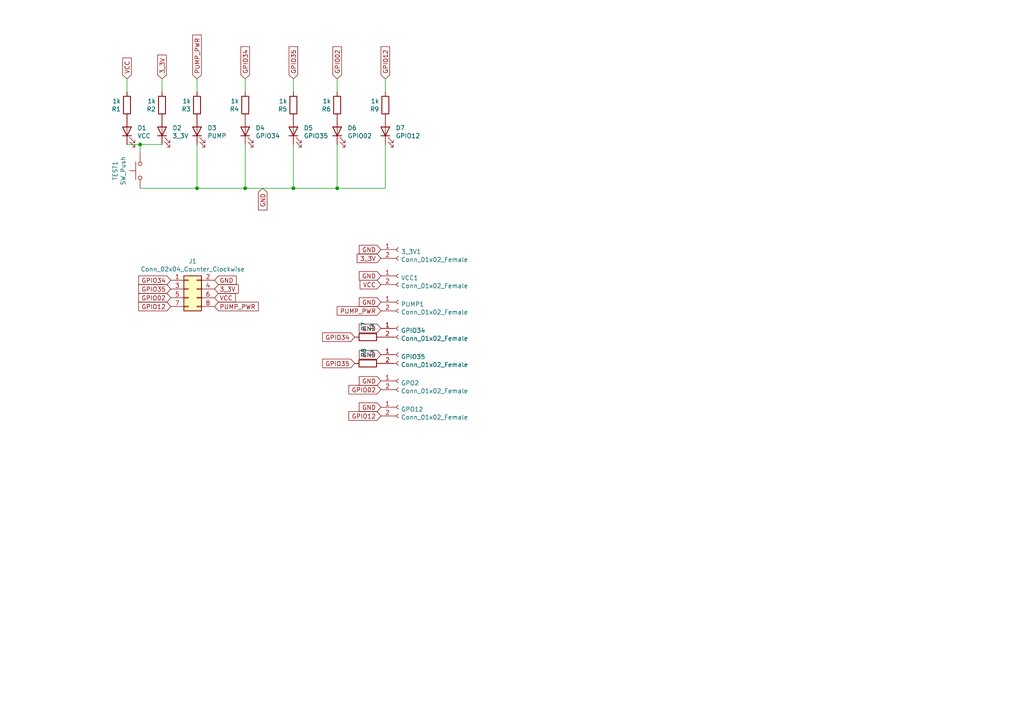
<source format=kicad_sch>
(kicad_sch (version 20211123) (generator eeschema)
  (paper "A4")
  (lib_symbols
    (symbol "Connector:Conn_01x02_Female" (pin_names (offset 1.016) hide)
      (property "Reference" "J" (at 0 2.54 0))
      (property "Value" "Conn_01x02_Female" (at 0 -5.08 0))
      (symbol "Conn_01x02_Female_1_1"
        (arc (start 0 -2.032) (mid -0.508 -2.54) (end 0 -3.048) (stroke (width 0.1524)))
        (polyline (pts (xy -1.27 -2.54) (xy -0.508 -2.54)) (stroke (width 0.1524)))
        (polyline (pts (xy -1.27 0) (xy -0.508 0)) (stroke (width 0.1524)))
        (arc (start 0 0.508) (mid -0.508 0) (end 0 -0.508) (stroke (width 0.1524)))
        (pin passive line (at -5.08 0 0) (length 3.81) (name "Pin_1") (number "1"))
        (pin passive line (at -5.08 -2.54 0) (length 3.81) (name "Pin_2") (number "2"))
      )
    )
    (symbol "Connector_Generic:Conn_02x04_Odd_Even" (pin_names (offset 1.016) hide)
      (property "Reference" "J" (at 1.27 5.08 0))
      (property "Value" "Conn_02x04_Odd_Even" (at 1.27 -7.62 0))
      (symbol "Conn_02x04_Odd_Even_1_1"
        (rectangle (start -1.27 -4.953) (end 0 -5.207) (stroke (width 0.1524)))
        (rectangle (start -1.27 -2.413) (end 0 -2.667) (stroke (width 0.1524)))
        (rectangle (start -1.27 0.127) (end 0 -0.127) (stroke (width 0.1524)))
        (rectangle (start -1.27 2.667) (end 0 2.413) (stroke (width 0.1524)))
        (rectangle (start -1.27 3.81) (end 3.81 -6.35) (stroke (width 0.254)) (fill (type background)))
        (rectangle (start 3.81 -4.953) (end 2.54 -5.207) (stroke (width 0.1524)))
        (rectangle (start 3.81 -2.413) (end 2.54 -2.667) (stroke (width 0.1524)))
        (rectangle (start 3.81 0.127) (end 2.54 -0.127) (stroke (width 0.1524)))
        (rectangle (start 3.81 2.667) (end 2.54 2.413) (stroke (width 0.1524)))
        (pin passive line (at -5.08 2.54 0) (length 3.81) (name "Pin_1") (number "1"))
        (pin passive line (at 7.62 2.54 180) (length 3.81) (name "Pin_2") (number "2"))
        (pin passive line (at -5.08 0 0) (length 3.81) (name "Pin_3") (number "3"))
        (pin passive line (at 7.62 0 180) (length 3.81) (name "Pin_4") (number "4"))
        (pin passive line (at -5.08 -2.54 0) (length 3.81) (name "Pin_5") (number "5"))
        (pin passive line (at 7.62 -2.54 180) (length 3.81) (name "Pin_6") (number "6"))
        (pin passive line (at -5.08 -5.08 0) (length 3.81) (name "Pin_7") (number "7"))
        (pin passive line (at 7.62 -5.08 180) (length 3.81) (name "Pin_8") (number "8"))
      )
    )
    (symbol "Device:LED" (pin_numbers hide) (pin_names (offset 1.016) hide)
      (property "Reference" "D" (at 0 2.54 0))
      (property "Value" "LED" (at 0 -2.54 0))
      (symbol "LED_0_1"
        (polyline (pts (xy -1.27 -1.27) (xy -1.27 1.27)) (stroke (width 0.254)))
        (polyline (pts (xy -1.27 0) (xy 1.27 0)))
        (polyline (pts (xy 1.27 -1.27) (xy 1.27 1.27) (xy -1.27 0) (xy 1.27 -1.27)) (stroke (width 0.254)))
        (polyline (pts (xy -3.048 -0.762) (xy -4.572 -2.286) (xy -3.81 -2.286) (xy -4.572 -2.286) (xy -4.572 -1.524)))
        (polyline (pts (xy -1.778 -0.762) (xy -3.302 -2.286) (xy -2.54 -2.286) (xy -3.302 -2.286) (xy -3.302 -1.524)))
      )
      (symbol "LED_1_1"
        (pin passive line (at -3.81 0 0) (length 2.54) (name "K") (number "1"))
        (pin passive line (at 3.81 0 180) (length 2.54) (name "A") (number "2"))
      )
    )
    (symbol "Device:R" (pin_numbers hide) (pin_names (offset 0))
      (property "Reference" "R" (at 2.032 0 90))
      (property "Value" "R" (at 0 0 90))
      (symbol "R_0_1"
        (rectangle (start -1.016 -2.54) (end 1.016 2.54) (stroke (width 0.254)))
      )
      (symbol "R_1_1"
        (pin passive line (at 0 3.81 270) (length 1.27) (name "~") (number "1"))
        (pin passive line (at 0 -3.81 90) (length 1.27) (name "~") (number "2"))
      )
    )
    (symbol "Switch:SW_Push" (pin_numbers hide) (pin_names (offset 1.016) hide)
      (property "Reference" "SW" (at 1.27 2.54 0))
      (property "Value" "SW_Push" (at 0 -1.524 0))
      (symbol "SW_Push_0_1"
        (circle (center -2.032 0) (radius 0.508))
        (polyline (pts (xy 0 1.27) (xy 0 3.048)))
        (polyline (pts (xy 2.54 1.27) (xy -2.54 1.27)))
        (circle (center 2.032 0) (radius 0.508))
        (pin passive line (at -5.08 0 0) (length 2.54) (name "1") (number "1"))
        (pin passive line (at 5.08 0 180) (length 2.54) (name "2") (number "2"))
      )
    )
  )
  (junction (at 71.12 54.61))
  (junction (at 85.09 54.61))
  (junction (at 97.79 54.61))
  (junction (at 57.15 54.61))
  (junction (at 40.64 41.91))
  (wire (pts (xy 36.83 22.86) (xy 36.83 26.67)))
  (wire (pts (xy 71.12 41.91) (xy 71.12 54.61)))
  (wire (pts (xy 57.15 54.61) (xy 71.12 54.61)))
  (wire (pts (xy 36.83 41.91) (xy 40.64 41.91)))
  (wire (pts (xy 71.12 22.86) (xy 71.12 26.67)))
  (wire (pts (xy 97.79 54.61) (xy 111.76 54.61)))
  (wire (pts (xy 97.79 41.91) (xy 97.79 54.61)))
  (wire (pts (xy 111.76 54.61) (xy 111.76 41.91)))
  (wire (pts (xy 46.99 22.86) (xy 46.99 26.67)))
  (wire (pts (xy 40.64 41.91) (xy 40.64 44.45)))
  (wire (pts (xy 71.12 54.61) (xy 85.09 54.61)))
  (wire (pts (xy 85.09 54.61) (xy 97.79 54.61)))
  (wire (pts (xy 97.79 22.86) (xy 97.79 26.67)))
  (wire (pts (xy 40.64 54.61) (xy 57.15 54.61)))
  (wire (pts (xy 57.15 22.86) (xy 57.15 26.67)))
  (wire (pts (xy 111.76 22.86) (xy 111.76 26.67)))
  (wire (pts (xy 85.09 41.91) (xy 85.09 54.61)))
  (wire (pts (xy 57.15 41.91) (xy 57.15 54.61)))
  (wire (pts (xy 85.09 22.86) (xy 85.09 26.67)))
  (wire (pts (xy 40.64 41.91) (xy 46.99 41.91)))
  (global_label "GPIO34" (shape input) (at 71.12 22.86 90) (property "Intersheet References" "${INTERSHEET_REFS}" (effects hide)))
  (global_label "GND" (shape input) (at 110.49 87.63 180) (property "Intersheet References" "${INTERSHEET_REFS}" (effects hide)))
  (global_label "GPIO35" (shape input) (at 102.87 105.41 180) (property "Intersheet References" "${INTERSHEET_REFS}" (effects hide)))
  (global_label "3_3V" (shape input) (at 62.23 83.82 0) (property "Intersheet References" "${INTERSHEET_REFS}" (effects hide)))
  (global_label "GND" (shape input) (at 76.2 54.61 270) (property "Intersheet References" "${INTERSHEET_REFS}" (effects hide)))
  (global_label "GND" (shape input) (at 110.49 118.11 180) (property "Intersheet References" "${INTERSHEET_REFS}" (effects hide)))
  (global_label "GND" (shape input) (at 110.49 95.25 180) (property "Intersheet References" "${INTERSHEET_REFS}" (effects hide)))
  (global_label "VCC" (shape input) (at 110.49 82.55 180) (property "Intersheet References" "${INTERSHEET_REFS}" (effects hide)))
  (global_label "GND" (shape input) (at 110.49 80.01 180) (property "Intersheet References" "${INTERSHEET_REFS}" (effects hide)))
  (global_label "GPIO35" (shape input) (at 49.53 83.82 180) (property "Intersheet References" "${INTERSHEET_REFS}" (effects hide)))
  (global_label "PUMP_PWR" (shape input) (at 110.49 90.17 180) (property "Intersheet References" "${INTERSHEET_REFS}" (effects hide)))
  (global_label "PUMP_PWR" (shape input) (at 62.23 88.9 0) (property "Intersheet References" "${INTERSHEET_REFS}" (effects hide)))
  (global_label "GND" (shape input) (at 110.49 110.49 180) (property "Intersheet References" "${INTERSHEET_REFS}" (effects hide)))
  (global_label "GND" (shape input) (at 110.49 72.39 180) (property "Intersheet References" "${INTERSHEET_REFS}" (effects hide)))
  (global_label "GPIO02" (shape input) (at 97.79 22.86 90) (property "Intersheet References" "${INTERSHEET_REFS}" (effects hide)))
  (global_label "GPIO12" (shape input) (at 110.49 120.65 180) (property "Intersheet References" "${INTERSHEET_REFS}" (effects hide)))
  (global_label "GPIO12" (shape input) (at 49.53 88.9 180) (property "Intersheet References" "${INTERSHEET_REFS}" (effects hide)))
  (global_label "3_3V" (shape input) (at 110.49 74.93 180) (property "Intersheet References" "${INTERSHEET_REFS}" (effects hide)))
  (global_label "GPIO34" (shape input) (at 102.87 97.79 180) (property "Intersheet References" "${INTERSHEET_REFS}" (effects hide)))
  (global_label "GPIO12" (shape input) (at 111.76 22.86 90) (property "Intersheet References" "${INTERSHEET_REFS}" (effects hide)))
  (global_label "VCC" (shape input) (at 36.83 22.86 90) (property "Intersheet References" "${INTERSHEET_REFS}" (effects hide)))
  (global_label "GND" (shape input) (at 62.23 81.28 0) (property "Intersheet References" "${INTERSHEET_REFS}" (effects hide)))
  (global_label "GPIO02" (shape input) (at 49.53 86.36 180) (property "Intersheet References" "${INTERSHEET_REFS}" (effects hide)))
  (global_label "VCC" (shape input) (at 62.23 86.36 0) (property "Intersheet References" "${INTERSHEET_REFS}" (effects hide)))
  (global_label "GPIO34" (shape input) (at 49.53 81.28 180) (property "Intersheet References" "${INTERSHEET_REFS}" (effects hide)))
  (global_label "3_3V" (shape input) (at 46.99 22.86 90) (property "Intersheet References" "${INTERSHEET_REFS}" (effects hide)))
  (global_label "GND" (shape input) (at 110.49 102.87 180) (property "Intersheet References" "${INTERSHEET_REFS}" (effects hide)))
  (global_label "GPIO35" (shape input) (at 85.09 22.86 90) (property "Intersheet References" "${INTERSHEET_REFS}" (effects hide)))
  (global_label "PUMP_PWR" (shape input) (at 57.15 22.86 90) (property "Intersheet References" "${INTERSHEET_REFS}" (effects hide)))
  (global_label "GPIO02" (shape input) (at 110.49 113.03 180) (property "Intersheet References" "${INTERSHEET_REFS}" (effects hide)))
  (symbol (lib_id "Switch:SW_Push") (at 40.64 49.53 90) (unit 1)
    (property "Reference" "TEST1" (at 33.401 49.53 0))
    (property "Value" "SW_Push" (at 35.7124 49.53 0))
    (property "Footprint" "Button_Switch_SMD:SW_SPST_CK_RS282G05A3" (effects hide))
    (property "LCSC_PART_NUMBER" "C72443" (effects hide))
  )
  (symbol (lib_id "Device:LED") (at 57.15 38.1 90) (unit 1)
    (property "Reference" "D3" (at 60.1472 37.1094 90) (effects (justify right)))
    (property "Value" "PUMP" (at 60.1472 39.4208 90) (effects (justify right)))
    (property "Footprint" "LED_SMD:LED_0805_2012Metric" (effects hide))
    (property "LCSC_PART_NUMBER" "C205441" (effects hide))
  )
  (symbol (lib_id "Connector:Conn_01x02_Female") (at 115.57 102.87 0) (unit 1)
    (property "Reference" "GPIO35" (at 116.2812 103.4796 0) (effects (justify left)))
    (property "Value" "Conn_01x02_Female" (at 116.2812 105.791 0) (effects (justify left)))
    (property "Footprint" "Connector_JST:JST_EH_B2B-EH-A_1x02_P2.50mm_Vertical" (effects hide))
  )
  (symbol (lib_id "Device:R") (at 111.76 30.48 180) (unit 1)
    (property "Reference" "R9" (at 109.982 31.6484 0) (effects (justify left)))
    (property "Value" "1k" (at 109.982 29.337 0) (effects (justify left)))
    (property "Footprint" "Resistor_SMD:R_0805_2012Metric" (effects hide))
    (property "LCSC_PART_NUMBER" "C95781" (effects hide))
  )
  (symbol (lib_id "Device:LED") (at 97.79 38.1 90) (unit 1)
    (property "Reference" "D6" (at 100.7872 37.1094 90) (effects (justify right)))
    (property "Value" "GPIO02" (at 100.7872 39.4208 90) (effects (justify right)))
    (property "Footprint" "LED_SMD:LED_0805_2012Metric" (effects hide))
    (property "LCSC_PART_NUMBER" "C205441" (effects hide))
  )
  (symbol (lib_id "Device:LED") (at 85.09 38.1 90) (unit 1)
    (property "Reference" "D5" (at 88.0872 37.1094 90) (effects (justify right)))
    (property "Value" "GPIO35" (at 88.0872 39.4208 90) (effects (justify right)))
    (property "Footprint" "LED_SMD:LED_0805_2012Metric" (effects hide))
    (property "LCSC_PART_NUMBER" "C205441" (effects hide))
  )
  (symbol (lib_id "Connector:Conn_01x02_Female") (at 115.57 80.01 0) (unit 1)
    (property "Reference" "VCC1" (at 116.2812 80.6196 0) (effects (justify left)))
    (property "Value" "Conn_01x02_Female" (at 116.2812 82.931 0) (effects (justify left)))
    (property "Footprint" "Connector_JST:JST_EH_B2B-EH-A_1x02_P2.50mm_Vertical" (effects hide))
  )
  (symbol (lib_id "Device:R") (at 106.68 97.79 90) (unit 1)
    (property "Reference" "R7" (at 105.5116 96.012 0) (effects (justify left)))
    (property "Value" "1k" (at 107.823 96.012 0) (effects (justify left)))
    (property "Footprint" "Resistor_SMD:R_0805_2012Metric" (effects hide))
    (property "LCSC_PART_NUMBER" "C95781" (effects hide))
  )
  (symbol (lib_id "Device:R") (at 106.68 105.41 90) (unit 1)
    (property "Reference" "R8" (at 105.5116 103.632 0) (effects (justify left)))
    (property "Value" "1k" (at 107.823 103.632 0) (effects (justify left)))
    (property "Footprint" "Resistor_SMD:R_0805_2012Metric" (effects hide))
    (property "LCSC_PART_NUMBER" "C95781" (effects hide))
  )
  (symbol (lib_id "Device:R") (at 36.83 30.48 180) (unit 1)
    (property "Reference" "R1" (at 35.052 31.6484 0) (effects (justify left)))
    (property "Value" "1k" (at 35.052 29.337 0) (effects (justify left)))
    (property "Footprint" "Resistor_SMD:R_0805_2012Metric" (effects hide))
    (property "LCSC_PART_NUMBER" "C95781" (effects hide))
  )
  (symbol (lib_id "Connector:Conn_01x02_Female") (at 115.57 118.11 0) (unit 1)
    (property "Reference" "GPO12" (at 116.2812 118.7196 0) (effects (justify left)))
    (property "Value" "Conn_01x02_Female" (at 116.2812 121.031 0) (effects (justify left)))
    (property "Footprint" "Connector_JST:JST_EH_B2B-EH-A_1x02_P2.50mm_Vertical" (effects hide))
  )
  (symbol (lib_id "Connector:Conn_01x02_Female") (at 115.57 87.63 0) (unit 1)
    (property "Reference" "PUMP1" (at 116.2812 88.2396 0) (effects (justify left)))
    (property "Value" "Conn_01x02_Female" (at 116.2812 90.551 0) (effects (justify left)))
    (property "Footprint" "Connector_JST:JST_EH_B2B-EH-A_1x02_P2.50mm_Vertical" (effects hide))
  )
  (symbol (lib_id "Device:LED") (at 46.99 38.1 90) (unit 1)
    (property "Reference" "D2" (at 49.9872 37.1094 90) (effects (justify right)))
    (property "Value" "3_3V" (at 49.9872 39.4208 90) (effects (justify right)))
    (property "Footprint" "LED_SMD:LED_0805_2012Metric" (effects hide))
    (property "LCSC_PART_NUMBER" "C205441" (effects hide))
  )
  (symbol (lib_id "Device:R") (at 85.09 30.48 180) (unit 1)
    (property "Reference" "R5" (at 83.312 31.6484 0) (effects (justify left)))
    (property "Value" "1k" (at 83.312 29.337 0) (effects (justify left)))
    (property "Footprint" "Resistor_SMD:R_0805_2012Metric" (effects hide))
    (property "LCSC_PART_NUMBER" "C95781" (effects hide))
  )
  (symbol (lib_id "Device:LED") (at 36.83 38.1 90) (unit 1)
    (property "Reference" "D1" (at 39.8272 37.1094 90) (effects (justify right)))
    (property "Value" "VCC" (at 39.8272 39.4208 90) (effects (justify right)))
    (property "Footprint" "LED_SMD:LED_0805_2012Metric" (effects hide))
    (property "LCSC_PART_NUMBER" "C205441" (effects hide))
  )
  (symbol (lib_id "Device:LED") (at 111.76 38.1 90) (unit 1)
    (property "Reference" "D7" (at 114.7572 37.1094 90) (effects (justify right)))
    (property "Value" "GPIO12" (at 114.7572 39.4208 90) (effects (justify right)))
    (property "Footprint" "LED_SMD:LED_0805_2012Metric" (effects hide))
    (property "LCSC_PART_NUMBER" "C205441" (effects hide))
  )
  (symbol (lib_id "Device:LED") (at 71.12 38.1 90) (unit 1)
    (property "Reference" "D4" (at 74.1172 37.1094 90) (effects (justify right)))
    (property "Value" "GPIO34" (at 74.1172 39.4208 90) (effects (justify right)))
    (property "Footprint" "LED_SMD:LED_0805_2012Metric" (effects hide))
    (property "LCSC_PART_NUMBER" "C205441" (effects hide))
  )
  (symbol (lib_id "Device:R") (at 46.99 30.48 180) (unit 1)
    (property "Reference" "R2" (at 45.212 31.6484 0) (effects (justify left)))
    (property "Value" "1k" (at 45.212 29.337 0) (effects (justify left)))
    (property "Footprint" "Resistor_SMD:R_0805_2012Metric" (effects hide))
    (property "LCSC_PART_NUMBER" "C95781" (effects hide))
  )
  (symbol (lib_id "Connector_Generic:Conn_02x04_Odd_Even") (at 54.61 83.82 0) (unit 1)
    (property "Reference" "J1" (at 55.88 75.7682 0))
    (property "Value" "Conn_02x04_Counter_Clockwise" (at 55.88 78.0796 0))
    (property "Footprint" "Connector_PinSocket_2.54mm:PinSocket_2x04_P2.54mm_Vertical" (effects hide))
  )
  (symbol (lib_id "Device:R") (at 97.79 30.48 180) (unit 1)
    (property "Reference" "R6" (at 96.012 31.6484 0) (effects (justify left)))
    (property "Value" "1k" (at 96.012 29.337 0) (effects (justify left)))
    (property "Footprint" "Resistor_SMD:R_0805_2012Metric" (effects hide))
    (property "LCSC_PART_NUMBER" "C95781" (effects hide))
  )
  (symbol (lib_id "Device:R") (at 71.12 30.48 180) (unit 1)
    (property "Reference" "R4" (at 69.342 31.6484 0) (effects (justify left)))
    (property "Value" "1k" (at 69.342 29.337 0) (effects (justify left)))
    (property "Footprint" "Resistor_SMD:R_0805_2012Metric" (effects hide))
    (property "LCSC_PART_NUMBER" "C95781" (effects hide))
  )
  (symbol (lib_id "Connector:Conn_01x02_Female") (at 115.57 72.39 0) (unit 1)
    (property "Reference" "3_3V1" (at 116.2812 72.9996 0) (effects (justify left)))
    (property "Value" "Conn_01x02_Female" (at 116.2812 75.311 0) (effects (justify left)))
    (property "Footprint" "Connector_JST:JST_EH_B2B-EH-A_1x02_P2.50mm_Vertical" (effects hide))
  )
  (symbol (lib_id "Device:R") (at 57.15 30.48 180) (unit 1)
    (property "Reference" "R3" (at 55.372 31.6484 0) (effects (justify left)))
    (property "Value" "1k" (at 55.372 29.337 0) (effects (justify left)))
    (property "Footprint" "Resistor_SMD:R_0805_2012Metric" (effects hide))
    (property "LCSC_PART_NUMBER" "C95781" (effects hide))
  )
  (symbol (lib_id "Connector:Conn_01x02_Female") (at 115.57 95.25 0) (unit 1)
    (property "Reference" "GPIO34" (at 116.2812 95.8596 0) (effects (justify left)))
    (property "Value" "Conn_01x02_Female" (at 116.2812 98.171 0) (effects (justify left)))
    (property "Footprint" "Connector_JST:JST_EH_B2B-EH-A_1x02_P2.50mm_Vertical" (effects hide))
  )
  (symbol (lib_id "Connector:Conn_01x02_Female") (at 115.57 110.49 0) (unit 1)
    (property "Reference" "GPO2" (at 116.2812 111.0996 0) (effects (justify left)))
    (property "Value" "Conn_01x02_Female" (at 116.2812 113.411 0) (effects (justify left)))
    (property "Footprint" "Connector_JST:JST_EH_B2B-EH-A_1x02_P2.50mm_Vertical" (effects hide))
  )
)
</source>
